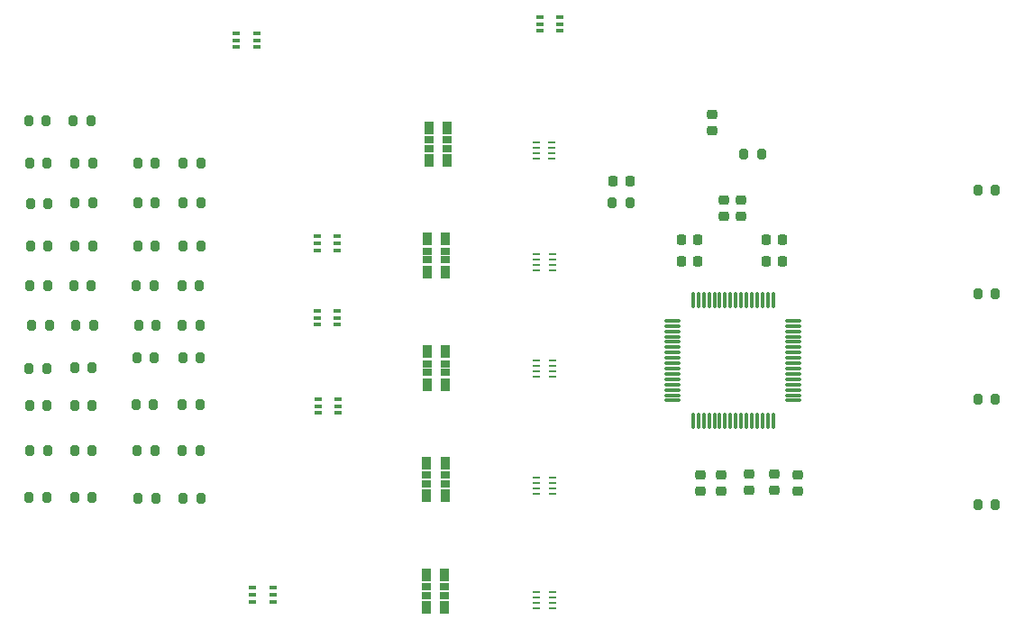
<source format=gbr>
%TF.GenerationSoftware,KiCad,Pcbnew,8.0.5*%
%TF.CreationDate,2025-02-22T12:03:58-08:00*%
%TF.ProjectId,eegw:ads1299,65656777-3a61-4647-9331-3239392e6b69,rev?*%
%TF.SameCoordinates,Original*%
%TF.FileFunction,Paste,Top*%
%TF.FilePolarity,Positive*%
%FSLAX46Y46*%
G04 Gerber Fmt 4.6, Leading zero omitted, Abs format (unit mm)*
G04 Created by KiCad (PCBNEW 8.0.5) date 2025-02-22 12:03:58*
%MOMM*%
%LPD*%
G01*
G04 APERTURE LIST*
G04 Aperture macros list*
%AMRoundRect*
0 Rectangle with rounded corners*
0 $1 Rounding radius*
0 $2 $3 $4 $5 $6 $7 $8 $9 X,Y pos of 4 corners*
0 Add a 4 corners polygon primitive as box body*
4,1,4,$2,$3,$4,$5,$6,$7,$8,$9,$2,$3,0*
0 Add four circle primitives for the rounded corners*
1,1,$1+$1,$2,$3*
1,1,$1+$1,$4,$5*
1,1,$1+$1,$6,$7*
1,1,$1+$1,$8,$9*
0 Add four rect primitives between the rounded corners*
20,1,$1+$1,$2,$3,$4,$5,0*
20,1,$1+$1,$4,$5,$6,$7,0*
20,1,$1+$1,$6,$7,$8,$9,0*
20,1,$1+$1,$8,$9,$2,$3,0*%
G04 Aperture macros list end*
%ADD10RoundRect,0.225000X-0.250000X0.225000X-0.250000X-0.225000X0.250000X-0.225000X0.250000X0.225000X0*%
%ADD11RoundRect,0.075000X-0.662500X-0.075000X0.662500X-0.075000X0.662500X0.075000X-0.662500X0.075000X0*%
%ADD12RoundRect,0.075000X-0.075000X-0.662500X0.075000X-0.662500X0.075000X0.662500X-0.075000X0.662500X0*%
%ADD13RoundRect,0.200000X-0.200000X-0.275000X0.200000X-0.275000X0.200000X0.275000X-0.200000X0.275000X0*%
%ADD14RoundRect,0.225000X0.225000X0.250000X-0.225000X0.250000X-0.225000X-0.250000X0.225000X-0.250000X0*%
%ADD15RoundRect,0.200000X0.200000X0.275000X-0.200000X0.275000X-0.200000X-0.275000X0.200000X-0.275000X0*%
%ADD16R,0.965200X1.244600*%
%ADD17R,0.965200X0.660400*%
%ADD18RoundRect,0.218750X0.256250X-0.218750X0.256250X0.218750X-0.256250X0.218750X-0.256250X-0.218750X0*%
%ADD19R,0.685800X0.152400*%
%ADD20RoundRect,0.100000X0.225000X0.100000X-0.225000X0.100000X-0.225000X-0.100000X0.225000X-0.100000X0*%
%ADD21RoundRect,0.100000X-0.225000X-0.100000X0.225000X-0.100000X0.225000X0.100000X-0.225000X0.100000X0*%
%ADD22RoundRect,0.225000X0.250000X-0.225000X0.250000X0.225000X-0.250000X0.225000X-0.250000X-0.225000X0*%
%ADD23RoundRect,0.225000X-0.225000X-0.250000X0.225000X-0.250000X0.225000X0.250000X-0.225000X0.250000X0*%
G04 APERTURE END LIST*
D10*
%TO.C,C16*%
X156006500Y-136762000D03*
X156006500Y-138312000D03*
%TD*%
D11*
%TO.C,U6*%
X146500000Y-122350000D03*
X146500000Y-122850000D03*
X146500000Y-123350000D03*
X146500000Y-123850000D03*
X146500000Y-124350000D03*
X146500000Y-124850000D03*
X146500000Y-125350000D03*
X146500000Y-125850000D03*
X146500000Y-126350000D03*
X146500000Y-126850000D03*
X146500000Y-127350000D03*
X146500000Y-127850000D03*
X146500000Y-128350000D03*
X146500000Y-128850000D03*
X146500000Y-129350000D03*
X146500000Y-129850000D03*
D12*
X148412500Y-131762500D03*
X148912500Y-131762500D03*
X149412500Y-131762500D03*
X149912500Y-131762500D03*
X150412500Y-131762500D03*
X150912500Y-131762500D03*
X151412500Y-131762500D03*
X151912500Y-131762500D03*
X152412500Y-131762500D03*
X152912500Y-131762500D03*
X153412500Y-131762500D03*
X153912500Y-131762500D03*
X154412500Y-131762500D03*
X154912500Y-131762500D03*
X155412500Y-131762500D03*
X155912500Y-131762500D03*
D11*
X157825000Y-129850000D03*
X157825000Y-129350000D03*
X157825000Y-128850000D03*
X157825000Y-128350000D03*
X157825000Y-127850000D03*
X157825000Y-127350000D03*
X157825000Y-126850000D03*
X157825000Y-126350000D03*
X157825000Y-125850000D03*
X157825000Y-125350000D03*
X157825000Y-124850000D03*
X157825000Y-124350000D03*
X157825000Y-123850000D03*
X157825000Y-123350000D03*
X157825000Y-122850000D03*
X157825000Y-122350000D03*
D12*
X155912500Y-120437500D03*
X155412500Y-120437500D03*
X154912500Y-120437500D03*
X154412500Y-120437500D03*
X153912500Y-120437500D03*
X153412500Y-120437500D03*
X152912500Y-120437500D03*
X152412500Y-120437500D03*
X151912500Y-120437500D03*
X151412500Y-120437500D03*
X150912500Y-120437500D03*
X150412500Y-120437500D03*
X149912500Y-120437500D03*
X149412500Y-120437500D03*
X148912500Y-120437500D03*
X148412500Y-120437500D03*
%TD*%
D13*
%TO.C,R15*%
X86125000Y-134555000D03*
X87775000Y-134555000D03*
%TD*%
%TO.C,R10*%
X90350000Y-111305000D03*
X92000000Y-111305000D03*
%TD*%
D14*
%TO.C,C11*%
X156825000Y-114762500D03*
X155275000Y-114762500D03*
%TD*%
D15*
%TO.C,R39*%
X97850000Y-134555000D03*
X96200000Y-134555000D03*
%TD*%
%TO.C,R7*%
X102150000Y-111295000D03*
X100500000Y-111295000D03*
%TD*%
D16*
%TO.C,R49*%
X123336400Y-146216600D03*
D17*
X123336400Y-147338010D03*
X123336400Y-148167320D03*
D16*
X123336400Y-149290000D03*
X125089000Y-149290000D03*
D17*
X125089000Y-148168590D03*
X125089000Y-147339280D03*
D16*
X125089000Y-146216600D03*
%TD*%
D18*
%TO.C,FB1*%
X150212500Y-104525000D03*
X150212500Y-102950000D03*
%TD*%
D13*
%TO.C,R32*%
X90300000Y-134555000D03*
X91950000Y-134555000D03*
%TD*%
D16*
%TO.C,R44*%
X123422400Y-125277300D03*
D17*
X123422400Y-126398710D03*
X123422400Y-127228020D03*
D16*
X123422400Y-128350700D03*
X125175000Y-128350700D03*
D17*
X125175000Y-127229290D03*
X125175000Y-126399980D03*
D16*
X125175000Y-125277300D03*
%TD*%
D13*
%TO.C,R1*%
X86075000Y-107565000D03*
X87725000Y-107565000D03*
%TD*%
%TO.C,R19*%
X86125000Y-119065000D03*
X87775000Y-119065000D03*
%TD*%
%TO.C,R31*%
X90300000Y-138975000D03*
X91950000Y-138975000D03*
%TD*%
%TO.C,R47*%
X175150000Y-129750000D03*
X176800000Y-129750000D03*
%TD*%
%TO.C,R21*%
X86075000Y-130310000D03*
X87725000Y-130310000D03*
%TD*%
%TO.C,R20*%
X86050000Y-126815000D03*
X87700000Y-126815000D03*
%TD*%
%TO.C,R16*%
X86175000Y-115305000D03*
X87825000Y-115305000D03*
%TD*%
D15*
%TO.C,R28*%
X97975000Y-122815000D03*
X96325000Y-122815000D03*
%TD*%
D19*
%TO.C,C1*%
X133675000Y-105584000D03*
X133675000Y-106092000D03*
X133675000Y-106600000D03*
X133675000Y-107108000D03*
X135148200Y-107108000D03*
X135148200Y-106600000D03*
X135148200Y-106092000D03*
X135148200Y-105584000D03*
%TD*%
D15*
%TO.C,R29*%
X102150000Y-115305000D03*
X100500000Y-115305000D03*
%TD*%
D13*
%TO.C,R13*%
X140825000Y-111262500D03*
X142475000Y-111262500D03*
%TD*%
D20*
%TO.C,U2*%
X135923500Y-95134000D03*
X135923500Y-94484000D03*
X135923500Y-93834000D03*
X134023500Y-93834000D03*
X134023500Y-94484000D03*
X134023500Y-95134000D03*
%TD*%
D15*
%TO.C,R6*%
X97900000Y-111305000D03*
X96250000Y-111305000D03*
%TD*%
D13*
%TO.C,R33*%
X90350000Y-115305000D03*
X92000000Y-115305000D03*
%TD*%
D14*
%TO.C,C13*%
X148875000Y-114762500D03*
X147325000Y-114762500D03*
%TD*%
D21*
%TO.C,U5*%
X113075000Y-114425000D03*
X113075000Y-115075000D03*
X113075000Y-115725000D03*
X114975000Y-115725000D03*
X114975000Y-115075000D03*
X114975000Y-114425000D03*
%TD*%
D13*
%TO.C,R41*%
X90325000Y-130300000D03*
X91975000Y-130300000D03*
%TD*%
D19*
%TO.C,C5*%
X133701800Y-126084000D03*
X133701800Y-126592000D03*
X133701800Y-127100000D03*
X133701800Y-127608000D03*
X135175000Y-127608000D03*
X135175000Y-127100000D03*
X135175000Y-126592000D03*
X135175000Y-126084000D03*
%TD*%
D21*
%TO.C,U7*%
X107050000Y-147450000D03*
X107050000Y-148100000D03*
X107050000Y-148750000D03*
X108950000Y-148750000D03*
X108950000Y-148100000D03*
X108950000Y-147450000D03*
%TD*%
D22*
%TO.C,C15*%
X158269000Y-138374500D03*
X158269000Y-136824500D03*
%TD*%
%TO.C,C14*%
X151074000Y-138392000D03*
X151074000Y-136842000D03*
%TD*%
D15*
%TO.C,R23*%
X102025000Y-119045000D03*
X100375000Y-119045000D03*
%TD*%
D13*
%TO.C,R4*%
X90175000Y-103555000D03*
X91825000Y-103555000D03*
%TD*%
D20*
%TO.C,U1*%
X107400000Y-96650000D03*
X107400000Y-96000000D03*
X107400000Y-95350000D03*
X105500000Y-95350000D03*
X105500000Y-96000000D03*
X105500000Y-96650000D03*
%TD*%
D15*
%TO.C,R25*%
X102075000Y-122805000D03*
X100425000Y-122805000D03*
%TD*%
D22*
%TO.C,C12*%
X149074000Y-138392000D03*
X149074000Y-136842000D03*
%TD*%
D19*
%TO.C,C7*%
X133701800Y-116084000D03*
X133701800Y-116592000D03*
X133701800Y-117100000D03*
X133701800Y-117608000D03*
X135175000Y-117608000D03*
X135175000Y-117100000D03*
X135175000Y-116592000D03*
X135175000Y-116084000D03*
%TD*%
D15*
%TO.C,R27*%
X102175000Y-139055000D03*
X100525000Y-139055000D03*
%TD*%
D16*
%TO.C,R43*%
X123384400Y-135753300D03*
D17*
X123384400Y-136874710D03*
X123384400Y-137704020D03*
D16*
X123384400Y-138826700D03*
X125137000Y-138826700D03*
D17*
X125137000Y-137705290D03*
X125137000Y-136875980D03*
D16*
X125137000Y-135753300D03*
%TD*%
D15*
%TO.C,R22*%
X97775000Y-119055000D03*
X96125000Y-119055000D03*
%TD*%
D13*
%TO.C,R40*%
X90300000Y-126805000D03*
X91950000Y-126805000D03*
%TD*%
%TO.C,R36*%
X90450000Y-122805000D03*
X92100000Y-122805000D03*
%TD*%
D15*
%TO.C,R24*%
X97900000Y-115305000D03*
X96250000Y-115305000D03*
%TD*%
D23*
%TO.C,C4*%
X140900000Y-109262500D03*
X142450000Y-109262500D03*
%TD*%
D14*
%TO.C,C8*%
X156825000Y-116762500D03*
X155275000Y-116762500D03*
%TD*%
D15*
%TO.C,R9*%
X102150000Y-107555000D03*
X100500000Y-107555000D03*
%TD*%
D13*
%TO.C,R2*%
X86000000Y-103565000D03*
X87650000Y-103565000D03*
%TD*%
D15*
%TO.C,R42*%
X102100000Y-134545000D03*
X100450000Y-134545000D03*
%TD*%
D16*
%TO.C,R11*%
X123574000Y-104253300D03*
D17*
X123574000Y-105374710D03*
X123574000Y-106204020D03*
D16*
X123574000Y-107326700D03*
X125326600Y-107326700D03*
D17*
X125326600Y-106205290D03*
X125326600Y-105375980D03*
D16*
X125326600Y-104253300D03*
%TD*%
D15*
%TO.C,R35*%
X97810000Y-125820000D03*
X96160000Y-125820000D03*
%TD*%
D19*
%TO.C,C17*%
X133701800Y-147822000D03*
X133701800Y-148330000D03*
X133701800Y-148838000D03*
X133701800Y-149346000D03*
X135175000Y-149346000D03*
X135175000Y-148838000D03*
X135175000Y-148330000D03*
X135175000Y-147822000D03*
%TD*%
D13*
%TO.C,R3*%
X86150000Y-111315000D03*
X87800000Y-111315000D03*
%TD*%
%TO.C,R26*%
X96275000Y-139055000D03*
X97925000Y-139055000D03*
%TD*%
%TO.C,R48*%
X175150000Y-139650000D03*
X176800000Y-139650000D03*
%TD*%
D14*
%TO.C,C10*%
X148875000Y-116762500D03*
X147325000Y-116762500D03*
%TD*%
D13*
%TO.C,R5*%
X90350000Y-107555000D03*
X92000000Y-107555000D03*
%TD*%
%TO.C,R46*%
X175150000Y-119850000D03*
X176800000Y-119850000D03*
%TD*%
D10*
%TO.C,C3*%
X152912500Y-110987500D03*
X152912500Y-112537500D03*
%TD*%
D13*
%TO.C,R34*%
X90225000Y-119055000D03*
X91875000Y-119055000D03*
%TD*%
%TO.C,R17*%
X86275000Y-122805000D03*
X87925000Y-122805000D03*
%TD*%
%TO.C,R18*%
X86050000Y-138985000D03*
X87700000Y-138985000D03*
%TD*%
D10*
%TO.C,C2*%
X151325000Y-110987500D03*
X151325000Y-112537500D03*
%TD*%
D15*
%TO.C,R12*%
X154837500Y-106737500D03*
X153187500Y-106737500D03*
%TD*%
%TO.C,R30*%
X102135000Y-125800000D03*
X100485000Y-125800000D03*
%TD*%
D19*
%TO.C,C6*%
X133701800Y-137084000D03*
X133701800Y-137592000D03*
X133701800Y-138100000D03*
X133701800Y-138608000D03*
X135175000Y-138608000D03*
X135175000Y-138100000D03*
X135175000Y-137592000D03*
X135175000Y-137084000D03*
%TD*%
D15*
%TO.C,R8*%
X97900000Y-107565000D03*
X96250000Y-107565000D03*
%TD*%
%TO.C,R38*%
X97745000Y-130220000D03*
X96095000Y-130220000D03*
%TD*%
D13*
%TO.C,R14*%
X175150000Y-110050000D03*
X176800000Y-110050000D03*
%TD*%
D16*
%TO.C,R45*%
X123422400Y-114692600D03*
D17*
X123422400Y-115814010D03*
X123422400Y-116643320D03*
D16*
X123422400Y-117766000D03*
X125175000Y-117766000D03*
D17*
X125175000Y-116644590D03*
X125175000Y-115815280D03*
D16*
X125175000Y-114692600D03*
%TD*%
D21*
%TO.C,U3*%
X113175000Y-129725000D03*
X113175000Y-130375000D03*
X113175000Y-131025000D03*
X115075000Y-131025000D03*
X115075000Y-130375000D03*
X115075000Y-129725000D03*
%TD*%
D22*
%TO.C,C9*%
X153694000Y-138312000D03*
X153694000Y-136762000D03*
%TD*%
D15*
%TO.C,R37*%
X102070000Y-130220000D03*
X100420000Y-130220000D03*
%TD*%
D21*
%TO.C,U4*%
X113075000Y-121425000D03*
X113075000Y-122075000D03*
X113075000Y-122725000D03*
X114975000Y-122725000D03*
X114975000Y-122075000D03*
X114975000Y-121425000D03*
%TD*%
M02*

</source>
